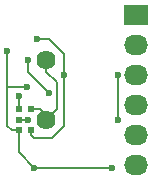
<source format=gbl>
G04 #@! TF.FileFunction,Copper,L2,Bot,Signal*
%FSLAX46Y46*%
G04 Gerber Fmt 4.6, Leading zero omitted, Abs format (unit mm)*
G04 Created by KiCad (PCBNEW 4.0.4-stable) date 10/18/16 01:23:18*
%MOMM*%
%LPD*%
G01*
G04 APERTURE LIST*
%ADD10C,0.100000*%
%ADD11R,2.032000X1.727200*%
%ADD12O,2.032000X1.727200*%
%ADD13C,1.624000*%
%ADD14R,0.522000X0.600000*%
%ADD15C,0.600000*%
%ADD16C,0.200000*%
G04 APERTURE END LIST*
D10*
D11*
X140208000Y-93726000D03*
D12*
X140208000Y-96266000D03*
X140208000Y-98806000D03*
X140208000Y-101346000D03*
X140208000Y-103886000D03*
X140208000Y-106426000D03*
D13*
X132588000Y-97536000D03*
D14*
X131336000Y-103516000D03*
X130253000Y-103516000D03*
X131336000Y-101716000D03*
X130253000Y-101716000D03*
D13*
X132588000Y-102616000D03*
D14*
X130253000Y-102616000D03*
D15*
X130937000Y-99822000D03*
X129286000Y-96774000D03*
X131572000Y-106680000D03*
X138176000Y-106680000D03*
X138684000Y-102616000D03*
X138684000Y-98806000D03*
X132842000Y-100330000D03*
X131064000Y-97536000D03*
X131064000Y-102616000D03*
X130302000Y-100584000D03*
X134112000Y-98806000D03*
X131826000Y-95758000D03*
D16*
X131336000Y-101716000D02*
X132069000Y-101716000D01*
X132069000Y-101716000D02*
X132588000Y-102235000D01*
X132588000Y-102235000D02*
X132588000Y-102616000D01*
X132588000Y-102616000D02*
X133477000Y-101727000D01*
X132588000Y-98552000D02*
X132588000Y-97536000D01*
X133477000Y-99441000D02*
X132588000Y-98552000D01*
X133477000Y-101727000D02*
X133477000Y-99441000D01*
X130937000Y-99822000D02*
X129286000Y-99822000D01*
X130253000Y-103516000D02*
X129678000Y-103516000D01*
X129286000Y-103124000D02*
X129286000Y-99822000D01*
X129286000Y-99822000D02*
X129286000Y-96774000D01*
X129678000Y-103516000D02*
X129286000Y-103124000D01*
X131572000Y-106680000D02*
X130253000Y-105361000D01*
X130253000Y-105361000D02*
X130253000Y-103516000D01*
X138176000Y-106680000D02*
X131572000Y-106680000D01*
X138684000Y-102616000D02*
X138684000Y-98806000D01*
X131064000Y-98552000D02*
X132842000Y-100330000D01*
X131064000Y-97536000D02*
X131064000Y-98552000D01*
X130253000Y-102616000D02*
X131064000Y-102616000D01*
X130253000Y-101716000D02*
X130302000Y-101667000D01*
X130302000Y-101667000D02*
X130302000Y-100584000D01*
X134112000Y-98806000D02*
X134112000Y-103124000D01*
X131336000Y-103904000D02*
X131336000Y-103516000D01*
X131572000Y-104140000D02*
X131336000Y-103904000D01*
X133096000Y-104140000D02*
X131572000Y-104140000D01*
X134112000Y-103124000D02*
X133096000Y-104140000D01*
X134112000Y-97028000D02*
X134112000Y-98806000D01*
X132842000Y-95758000D02*
X134112000Y-97028000D01*
X131826000Y-95758000D02*
X132842000Y-95758000D01*
M02*

</source>
